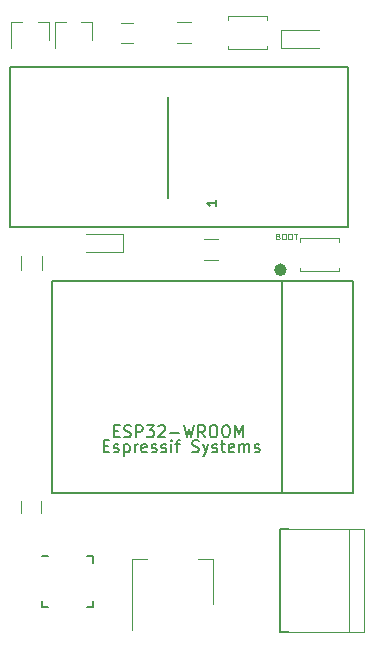
<source format=gbr>
G04 #@! TF.GenerationSoftware,KiCad,Pcbnew,(5.1.2)-1*
G04 #@! TF.CreationDate,2019-08-13T17:52:10+02:00*
G04 #@! TF.ProjectId,tinyRF24,74696e79-5246-4323-942e-6b696361645f,rev?*
G04 #@! TF.SameCoordinates,Original*
G04 #@! TF.FileFunction,Legend,Top*
G04 #@! TF.FilePolarity,Positive*
%FSLAX46Y46*%
G04 Gerber Fmt 4.6, Leading zero omitted, Abs format (unit mm)*
G04 Created by KiCad (PCBNEW (5.1.2)-1) date 2019-08-13 17:52:10*
%MOMM*%
%LPD*%
G04 APERTURE LIST*
%ADD10C,0.070000*%
%ADD11C,0.500000*%
%ADD12C,0.150000*%
%ADD13C,0.120000*%
G04 APERTURE END LIST*
D10*
X162643428Y-69814285D02*
X162714857Y-69838095D01*
X162738666Y-69861904D01*
X162762476Y-69909523D01*
X162762476Y-69980952D01*
X162738666Y-70028571D01*
X162714857Y-70052380D01*
X162667238Y-70076190D01*
X162476761Y-70076190D01*
X162476761Y-69576190D01*
X162643428Y-69576190D01*
X162691047Y-69600000D01*
X162714857Y-69623809D01*
X162738666Y-69671428D01*
X162738666Y-69719047D01*
X162714857Y-69766666D01*
X162691047Y-69790476D01*
X162643428Y-69814285D01*
X162476761Y-69814285D01*
X163072000Y-69576190D02*
X163167238Y-69576190D01*
X163214857Y-69600000D01*
X163262476Y-69647619D01*
X163286285Y-69742857D01*
X163286285Y-69909523D01*
X163262476Y-70004761D01*
X163214857Y-70052380D01*
X163167238Y-70076190D01*
X163072000Y-70076190D01*
X163024380Y-70052380D01*
X162976761Y-70004761D01*
X162952952Y-69909523D01*
X162952952Y-69742857D01*
X162976761Y-69647619D01*
X163024380Y-69600000D01*
X163072000Y-69576190D01*
X163595809Y-69576190D02*
X163691047Y-69576190D01*
X163738666Y-69600000D01*
X163786285Y-69647619D01*
X163810095Y-69742857D01*
X163810095Y-69909523D01*
X163786285Y-70004761D01*
X163738666Y-70052380D01*
X163691047Y-70076190D01*
X163595809Y-70076190D01*
X163548190Y-70052380D01*
X163500571Y-70004761D01*
X163476761Y-69909523D01*
X163476761Y-69742857D01*
X163500571Y-69647619D01*
X163548190Y-69600000D01*
X163595809Y-69576190D01*
X163952952Y-69576190D02*
X164238666Y-69576190D01*
X164095809Y-70076190D02*
X164095809Y-69576190D01*
D11*
X163097981Y-72644000D02*
G75*
G03X163097981Y-72644000I-283981J0D01*
G01*
D12*
X162960000Y-91550000D02*
X162960000Y-73550000D01*
X168960000Y-73550000D02*
X143460000Y-73550000D01*
X168960000Y-91550000D02*
X143460000Y-91550000D01*
X143460000Y-91550000D02*
X143460000Y-73550000D01*
X168960000Y-91550000D02*
X168960000Y-73550000D01*
X153314400Y-66598800D02*
X153314400Y-57988200D01*
X139903200Y-69011800D02*
X139928600Y-55473600D01*
X139928600Y-55473600D02*
X168579800Y-55448200D01*
X168579800Y-55448200D02*
X168579800Y-69037200D01*
X168579800Y-69037200D02*
X139903200Y-69037200D01*
D13*
X150260000Y-103160000D02*
X150260000Y-97150000D01*
X157080000Y-100910000D02*
X157080000Y-97150000D01*
X150260000Y-97150000D02*
X151520000Y-97150000D01*
X157080000Y-97150000D02*
X155820000Y-97150000D01*
X149520000Y-71108000D02*
X149520000Y-69608000D01*
X149520000Y-71108000D02*
X146320000Y-71108000D01*
X146320000Y-69608000D02*
X149520000Y-69608000D01*
X157550000Y-71796800D02*
X156350000Y-71796800D01*
X156350000Y-70036800D02*
X157550000Y-70036800D01*
X149360000Y-53428000D02*
X150360000Y-53428000D01*
X150360000Y-51728000D02*
X149360000Y-51728000D01*
X143185000Y-51691000D02*
X143185000Y-53151000D01*
X140025000Y-51691000D02*
X140025000Y-53851000D01*
X140025000Y-51691000D02*
X140955000Y-51691000D01*
X143185000Y-51691000D02*
X142255000Y-51691000D01*
X164466000Y-72474000D02*
X164466000Y-72774000D01*
X164466000Y-72774000D02*
X167766000Y-72774000D01*
X167766000Y-72774000D02*
X167766000Y-72474000D01*
X164466000Y-70274000D02*
X164466000Y-69974000D01*
X164466000Y-69974000D02*
X167766000Y-69974000D01*
X167766000Y-69974000D02*
X167766000Y-70274000D01*
X162900000Y-52336000D02*
X162900000Y-53836000D01*
X162900000Y-52336000D02*
X166100000Y-52336000D01*
X166100000Y-53836000D02*
X162900000Y-53836000D01*
X142582000Y-93210000D02*
X142582000Y-92210000D01*
X140882000Y-92210000D02*
X140882000Y-93210000D01*
X142612000Y-71456000D02*
X142612000Y-72656000D01*
X140852000Y-72656000D02*
X140852000Y-71456000D01*
X161670000Y-51178000D02*
X161670000Y-51478000D01*
X158370000Y-51178000D02*
X161670000Y-51178000D01*
X158370000Y-51478000D02*
X158370000Y-51178000D01*
X161670000Y-53978000D02*
X161670000Y-53678000D01*
X158370000Y-53978000D02*
X161670000Y-53978000D01*
X158370000Y-53678000D02*
X158370000Y-53978000D01*
D12*
X146930000Y-96910000D02*
X146405000Y-96910000D01*
X146930000Y-101210000D02*
X146405000Y-101210000D01*
X142630000Y-101210000D02*
X143155000Y-101210000D01*
X142630000Y-96910000D02*
X143155000Y-96910000D01*
X146930000Y-101210000D02*
X146930000Y-100685000D01*
X142630000Y-101210000D02*
X142630000Y-100685000D01*
X146930000Y-96910000D02*
X146930000Y-97435000D01*
D13*
X146868000Y-51691000D02*
X145938000Y-51691000D01*
X143708000Y-51691000D02*
X144638000Y-51691000D01*
X143708000Y-51691000D02*
X143708000Y-53851000D01*
X146868000Y-51691000D02*
X146868000Y-53151000D01*
X154086000Y-51698000D02*
X155286000Y-51698000D01*
X155286000Y-53458000D02*
X154086000Y-53458000D01*
D12*
X163512000Y-94583000D02*
X162812000Y-94583000D01*
X162812000Y-94583000D02*
X162812000Y-103283000D01*
X162812000Y-103283000D02*
X163512000Y-103283000D01*
D13*
X169892000Y-103283000D02*
X169892000Y-94583000D01*
X163482000Y-94583000D02*
X169892000Y-94583000D01*
X168662000Y-94583000D02*
X168662000Y-103283000D01*
X169892000Y-103283000D02*
X163482000Y-103283000D01*
D12*
X147860571Y-87558571D02*
X148193904Y-87558571D01*
X148336761Y-88082380D02*
X147860571Y-88082380D01*
X147860571Y-87082380D01*
X148336761Y-87082380D01*
X148717714Y-88034761D02*
X148812952Y-88082380D01*
X149003428Y-88082380D01*
X149098666Y-88034761D01*
X149146285Y-87939523D01*
X149146285Y-87891904D01*
X149098666Y-87796666D01*
X149003428Y-87749047D01*
X148860571Y-87749047D01*
X148765333Y-87701428D01*
X148717714Y-87606190D01*
X148717714Y-87558571D01*
X148765333Y-87463333D01*
X148860571Y-87415714D01*
X149003428Y-87415714D01*
X149098666Y-87463333D01*
X149574857Y-87415714D02*
X149574857Y-88415714D01*
X149574857Y-87463333D02*
X149670095Y-87415714D01*
X149860571Y-87415714D01*
X149955809Y-87463333D01*
X150003428Y-87510952D01*
X150051047Y-87606190D01*
X150051047Y-87891904D01*
X150003428Y-87987142D01*
X149955809Y-88034761D01*
X149860571Y-88082380D01*
X149670095Y-88082380D01*
X149574857Y-88034761D01*
X150479619Y-88082380D02*
X150479619Y-87415714D01*
X150479619Y-87606190D02*
X150527238Y-87510952D01*
X150574857Y-87463333D01*
X150670095Y-87415714D01*
X150765333Y-87415714D01*
X151479619Y-88034761D02*
X151384380Y-88082380D01*
X151193904Y-88082380D01*
X151098666Y-88034761D01*
X151051047Y-87939523D01*
X151051047Y-87558571D01*
X151098666Y-87463333D01*
X151193904Y-87415714D01*
X151384380Y-87415714D01*
X151479619Y-87463333D01*
X151527238Y-87558571D01*
X151527238Y-87653809D01*
X151051047Y-87749047D01*
X151908190Y-88034761D02*
X152003428Y-88082380D01*
X152193904Y-88082380D01*
X152289142Y-88034761D01*
X152336761Y-87939523D01*
X152336761Y-87891904D01*
X152289142Y-87796666D01*
X152193904Y-87749047D01*
X152051047Y-87749047D01*
X151955809Y-87701428D01*
X151908190Y-87606190D01*
X151908190Y-87558571D01*
X151955809Y-87463333D01*
X152051047Y-87415714D01*
X152193904Y-87415714D01*
X152289142Y-87463333D01*
X152717714Y-88034761D02*
X152812952Y-88082380D01*
X153003428Y-88082380D01*
X153098666Y-88034761D01*
X153146285Y-87939523D01*
X153146285Y-87891904D01*
X153098666Y-87796666D01*
X153003428Y-87749047D01*
X152860571Y-87749047D01*
X152765333Y-87701428D01*
X152717714Y-87606190D01*
X152717714Y-87558571D01*
X152765333Y-87463333D01*
X152860571Y-87415714D01*
X153003428Y-87415714D01*
X153098666Y-87463333D01*
X153574857Y-88082380D02*
X153574857Y-87415714D01*
X153574857Y-87082380D02*
X153527238Y-87130000D01*
X153574857Y-87177619D01*
X153622476Y-87130000D01*
X153574857Y-87082380D01*
X153574857Y-87177619D01*
X153908190Y-87415714D02*
X154289142Y-87415714D01*
X154051047Y-88082380D02*
X154051047Y-87225238D01*
X154098666Y-87130000D01*
X154193904Y-87082380D01*
X154289142Y-87082380D01*
X155336761Y-88034761D02*
X155479619Y-88082380D01*
X155717714Y-88082380D01*
X155812952Y-88034761D01*
X155860571Y-87987142D01*
X155908190Y-87891904D01*
X155908190Y-87796666D01*
X155860571Y-87701428D01*
X155812952Y-87653809D01*
X155717714Y-87606190D01*
X155527238Y-87558571D01*
X155432000Y-87510952D01*
X155384380Y-87463333D01*
X155336761Y-87368095D01*
X155336761Y-87272857D01*
X155384380Y-87177619D01*
X155432000Y-87130000D01*
X155527238Y-87082380D01*
X155765333Y-87082380D01*
X155908190Y-87130000D01*
X156241523Y-87415714D02*
X156479619Y-88082380D01*
X156717714Y-87415714D02*
X156479619Y-88082380D01*
X156384380Y-88320476D01*
X156336761Y-88368095D01*
X156241523Y-88415714D01*
X157051047Y-88034761D02*
X157146285Y-88082380D01*
X157336761Y-88082380D01*
X157432000Y-88034761D01*
X157479619Y-87939523D01*
X157479619Y-87891904D01*
X157432000Y-87796666D01*
X157336761Y-87749047D01*
X157193904Y-87749047D01*
X157098666Y-87701428D01*
X157051047Y-87606190D01*
X157051047Y-87558571D01*
X157098666Y-87463333D01*
X157193904Y-87415714D01*
X157336761Y-87415714D01*
X157432000Y-87463333D01*
X157765333Y-87415714D02*
X158146285Y-87415714D01*
X157908190Y-87082380D02*
X157908190Y-87939523D01*
X157955809Y-88034761D01*
X158051047Y-88082380D01*
X158146285Y-88082380D01*
X158860571Y-88034761D02*
X158765333Y-88082380D01*
X158574857Y-88082380D01*
X158479619Y-88034761D01*
X158432000Y-87939523D01*
X158432000Y-87558571D01*
X158479619Y-87463333D01*
X158574857Y-87415714D01*
X158765333Y-87415714D01*
X158860571Y-87463333D01*
X158908190Y-87558571D01*
X158908190Y-87653809D01*
X158432000Y-87749047D01*
X159336761Y-88082380D02*
X159336761Y-87415714D01*
X159336761Y-87510952D02*
X159384380Y-87463333D01*
X159479619Y-87415714D01*
X159622476Y-87415714D01*
X159717714Y-87463333D01*
X159765333Y-87558571D01*
X159765333Y-88082380D01*
X159765333Y-87558571D02*
X159812952Y-87463333D01*
X159908190Y-87415714D01*
X160051047Y-87415714D01*
X160146285Y-87463333D01*
X160193904Y-87558571D01*
X160193904Y-88082380D01*
X160622476Y-88034761D02*
X160717714Y-88082380D01*
X160908190Y-88082380D01*
X161003428Y-88034761D01*
X161051047Y-87939523D01*
X161051047Y-87891904D01*
X161003428Y-87796666D01*
X160908190Y-87749047D01*
X160765333Y-87749047D01*
X160670095Y-87701428D01*
X160622476Y-87606190D01*
X160622476Y-87558571D01*
X160670095Y-87463333D01*
X160765333Y-87415714D01*
X160908190Y-87415714D01*
X161003428Y-87463333D01*
X148725619Y-86288571D02*
X149058952Y-86288571D01*
X149201809Y-86812380D02*
X148725619Y-86812380D01*
X148725619Y-85812380D01*
X149201809Y-85812380D01*
X149582761Y-86764761D02*
X149725619Y-86812380D01*
X149963714Y-86812380D01*
X150058952Y-86764761D01*
X150106571Y-86717142D01*
X150154190Y-86621904D01*
X150154190Y-86526666D01*
X150106571Y-86431428D01*
X150058952Y-86383809D01*
X149963714Y-86336190D01*
X149773238Y-86288571D01*
X149678000Y-86240952D01*
X149630380Y-86193333D01*
X149582761Y-86098095D01*
X149582761Y-86002857D01*
X149630380Y-85907619D01*
X149678000Y-85860000D01*
X149773238Y-85812380D01*
X150011333Y-85812380D01*
X150154190Y-85860000D01*
X150582761Y-86812380D02*
X150582761Y-85812380D01*
X150963714Y-85812380D01*
X151058952Y-85860000D01*
X151106571Y-85907619D01*
X151154190Y-86002857D01*
X151154190Y-86145714D01*
X151106571Y-86240952D01*
X151058952Y-86288571D01*
X150963714Y-86336190D01*
X150582761Y-86336190D01*
X151487523Y-85812380D02*
X152106571Y-85812380D01*
X151773238Y-86193333D01*
X151916095Y-86193333D01*
X152011333Y-86240952D01*
X152058952Y-86288571D01*
X152106571Y-86383809D01*
X152106571Y-86621904D01*
X152058952Y-86717142D01*
X152011333Y-86764761D01*
X151916095Y-86812380D01*
X151630380Y-86812380D01*
X151535142Y-86764761D01*
X151487523Y-86717142D01*
X152487523Y-85907619D02*
X152535142Y-85860000D01*
X152630380Y-85812380D01*
X152868476Y-85812380D01*
X152963714Y-85860000D01*
X153011333Y-85907619D01*
X153058952Y-86002857D01*
X153058952Y-86098095D01*
X153011333Y-86240952D01*
X152439904Y-86812380D01*
X153058952Y-86812380D01*
X153487523Y-86431428D02*
X154249428Y-86431428D01*
X154630380Y-85812380D02*
X154868476Y-86812380D01*
X155058952Y-86098095D01*
X155249428Y-86812380D01*
X155487523Y-85812380D01*
X156439904Y-86812380D02*
X156106571Y-86336190D01*
X155868476Y-86812380D02*
X155868476Y-85812380D01*
X156249428Y-85812380D01*
X156344666Y-85860000D01*
X156392285Y-85907619D01*
X156439904Y-86002857D01*
X156439904Y-86145714D01*
X156392285Y-86240952D01*
X156344666Y-86288571D01*
X156249428Y-86336190D01*
X155868476Y-86336190D01*
X157058952Y-85812380D02*
X157249428Y-85812380D01*
X157344666Y-85860000D01*
X157439904Y-85955238D01*
X157487523Y-86145714D01*
X157487523Y-86479047D01*
X157439904Y-86669523D01*
X157344666Y-86764761D01*
X157249428Y-86812380D01*
X157058952Y-86812380D01*
X156963714Y-86764761D01*
X156868476Y-86669523D01*
X156820857Y-86479047D01*
X156820857Y-86145714D01*
X156868476Y-85955238D01*
X156963714Y-85860000D01*
X157058952Y-85812380D01*
X158106571Y-85812380D02*
X158297047Y-85812380D01*
X158392285Y-85860000D01*
X158487523Y-85955238D01*
X158535142Y-86145714D01*
X158535142Y-86479047D01*
X158487523Y-86669523D01*
X158392285Y-86764761D01*
X158297047Y-86812380D01*
X158106571Y-86812380D01*
X158011333Y-86764761D01*
X157916095Y-86669523D01*
X157868476Y-86479047D01*
X157868476Y-86145714D01*
X157916095Y-85955238D01*
X158011333Y-85860000D01*
X158106571Y-85812380D01*
X158963714Y-86812380D02*
X158963714Y-85812380D01*
X159297047Y-86526666D01*
X159630380Y-85812380D01*
X159630380Y-86812380D01*
X157397404Y-66763928D02*
X157397404Y-67221071D01*
X157397404Y-66992500D02*
X156597404Y-66992500D01*
X156711690Y-67068690D01*
X156787880Y-67144880D01*
X156825976Y-67221071D01*
M02*

</source>
